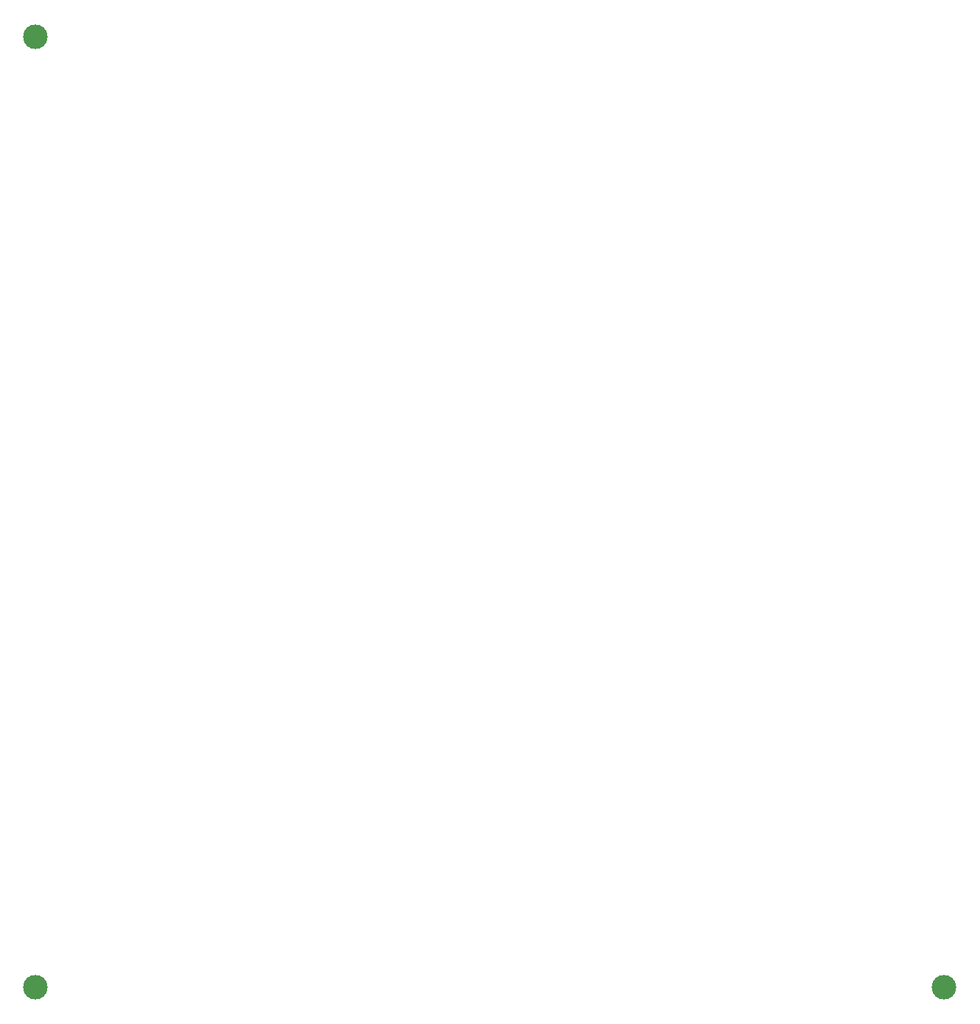
<source format=gbs>
%MOIN*%
%OFA0B0*%
%FSLAX36Y36*%
%IPPOS*%
%LPD*%
%ADD10C,0.11811023622047245*%
D10*
X000118110Y004685039D03*
X000118110Y000118110D03*
X004488188Y000118110D03*
M02*
</source>
